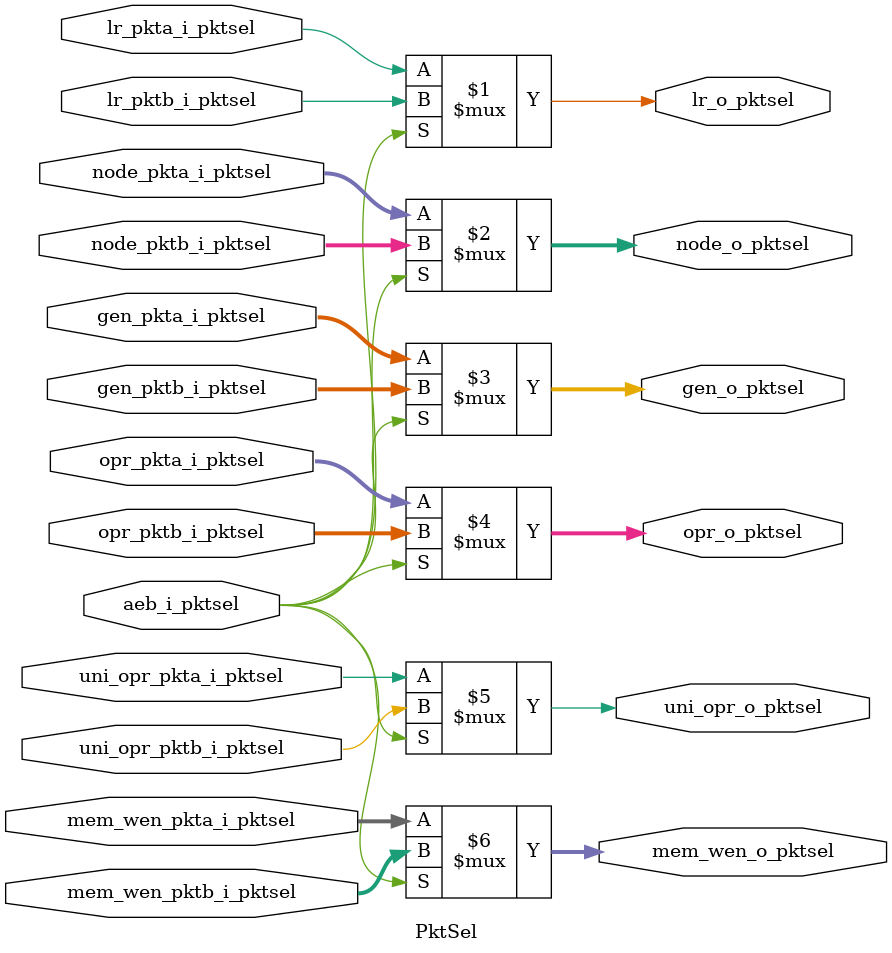
<source format=v>
`timescale 1ps/1ps
module PktSel(
  lr_pkta_i_pktsel,
  node_pkta_i_pktsel,
  gen_pkta_i_pktsel,
  opr_pkta_i_pktsel,
  uni_opr_pkta_i_pktsel,
  mem_wen_pkta_i_pktsel,
  lr_pktb_i_pktsel,
  node_pktb_i_pktsel,
  gen_pktb_i_pktsel,
  opr_pktb_i_pktsel,
  uni_opr_pktb_i_pktsel,
  mem_wen_pktb_i_pktsel,
  aeb_i_pktsel,


  lr_o_pktsel,
  node_o_pktsel,
  gen_o_pktsel,
  opr_o_pktsel,
  uni_opr_o_pktsel,
  mem_wen_o_pktsel
  
  );
  
  
  /***********************************************************/
  /*           DEFINITION OF INPUT SIGNALS                   */
  /***********************************************************/

  input		lr_pkta_i_pktsel;
  input	[15:0]	node_pkta_i_pktsel;
  input	[11:0]	gen_pkta_i_pktsel;
  input	[31:0]	opr_pkta_i_pktsel;
  input		uni_opr_pkta_i_pktsel;
  input	[1:0]	mem_wen_pkta_i_pktsel;
  input		lr_pktb_i_pktsel;
  input	[15:0]	node_pktb_i_pktsel;
  input	[11:0]	gen_pktb_i_pktsel;
  input	[31:0]	opr_pktb_i_pktsel;
  input		uni_opr_pktb_i_pktsel;
  input	[1:0]	mem_wen_pktb_i_pktsel;
  input		aeb_i_pktsel;


  /***********************************************************/
  /*           DEFINITION OF OUTPUT SIGNALS                  */
  /***********************************************************/

  output        lr_o_pktsel;
  output [15:0]	node_o_pktsel;
  output [11:0]	gen_o_pktsel;
  output [31:0]	opr_o_pktsel;
  output 	uni_opr_o_pktsel;
  output [1:0]	mem_wen_o_pktsel;
  
  
  /***********************************************************/
  /*                        OUT                              */ 
  /***********************************************************/

  assign 	lr_o_pktsel = aeb_i_pktsel? lr_pktb_i_pktsel: lr_pkta_i_pktsel;
  assign 	node_o_pktsel = aeb_i_pktsel? node_pktb_i_pktsel: node_pkta_i_pktsel;
  assign 	gen_o_pktsel = aeb_i_pktsel? gen_pktb_i_pktsel: gen_pkta_i_pktsel;
  assign 	opr_o_pktsel = aeb_i_pktsel? opr_pktb_i_pktsel: opr_pkta_i_pktsel;
  assign 	uni_opr_o_pktsel = aeb_i_pktsel? uni_opr_pktb_i_pktsel: uni_opr_pkta_i_pktsel;
  assign 	mem_wen_o_pktsel = aeb_i_pktsel? mem_wen_pktb_i_pktsel: mem_wen_pkta_i_pktsel;


endmodule // PktSel

</source>
